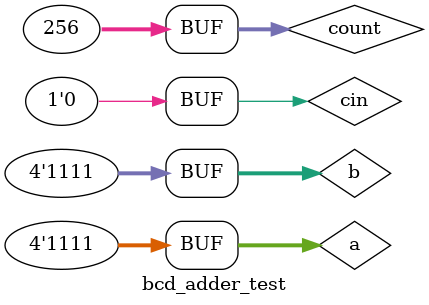
<source format=v>
module bcd_adder(
  input [3:0]a,
  input [3:0]b,
  input cin,
  output [3:0]sumfinal,
  output cout
);
  wire [3:0]s;
  wire [3:0]sum;
  wire c,c0,c1,c2,c3,and1,and2; 
  
  adder a1(a,b,cin,s,c);
  and a2(and1,s[3],s[2]);
  and a3(and2,s[3],s[1]);
  or o1(cout,and1,and2,c);
  
  full_adder faa1(s[0],1'b0,cin,sum[0],c0);
  full_adder faa2(s[1],cout,c0,sum[1],c1);
  full_adder faa3(s[2],cout,c1,sum[2],c2);
  full_adder faa4(s[3],1'b0,c2,sum[3],c3);
  
  wire greater,greater1,greater2;
  
  and(greater1,a[3],a[2]);
  and(greater2,a[3],a[1]);
  or(greater,greater1,greater2);
  
  wire check,check1,check2;
  
  and(check1,b[3],b[2]);
  and(check2,b[3],b[1]);
  or(check,check1,check2);
  
  wire greatercheck;
  
  or(greatercheck,greater,check);
  
  mux21 m1(sum[0],greatercheck,sumfinal[0]);
  mux21 m2(sum[1],greatercheck,sumfinal[1]);
  mux21 m3(sum[2],greatercheck,sumfinal[2]);
  mux21 m4(sum[3],greatercheck,sumfinal[3]);
  
endmodule

module mux21(
  input a,b,
  output o
);
  wire bbar,d0,d1;
  
  not(bbar,b);
  and(d0,a,bbar);
  and(d1,b,1'bx);
  or(o,d0,d1);
  
endmodule
  
module full_adder(
  input a,
  input b,
  input cin,
  output sum,
  output cout
);
  
  wire t1,t2,t3;
  
  xor x1(t1,a,b);
  xor x2(sum,t1,cin);
  and a1(t2,a,b);
  and a2(t3,t1,cin);
  or o1(cout,t3,t2);
 
endmodule

module adder(
  input [3:0]a,
  input [3:0]b,
  input cin,
  output [3:0]sum,
  output cout
);
  
  wire c0,c1,c2;
  
  full_adder FA1(a[0],b[0],cin,sum[0],c0);
  full_adder FA2(a[1],b[1],c0,sum[1],c1);
  full_adder FA3(a[2],b[2],c1,sum[2],c2);
  full_adder FA4(a[3],b[3],c2,sum[3],cout);
  
endmodule
  



//TESTBENCH

module bcd_adder_test();
  reg [3:0]a;
  reg [3:0]b;
  reg cin;
  wire [3:0]sumfinal;
  wire cout;
  
  bcd_adder uut (.a(a),.b(b),.cin(cin),.cout(cout),.sumfinal(sumfinal));
  integer count;
  
  initial begin
    cin=1'b0;
    for (count=0;count<256;count=count+1) begin
      {a,b}=count;
      #10;
    end
  end
endmodule

</source>
